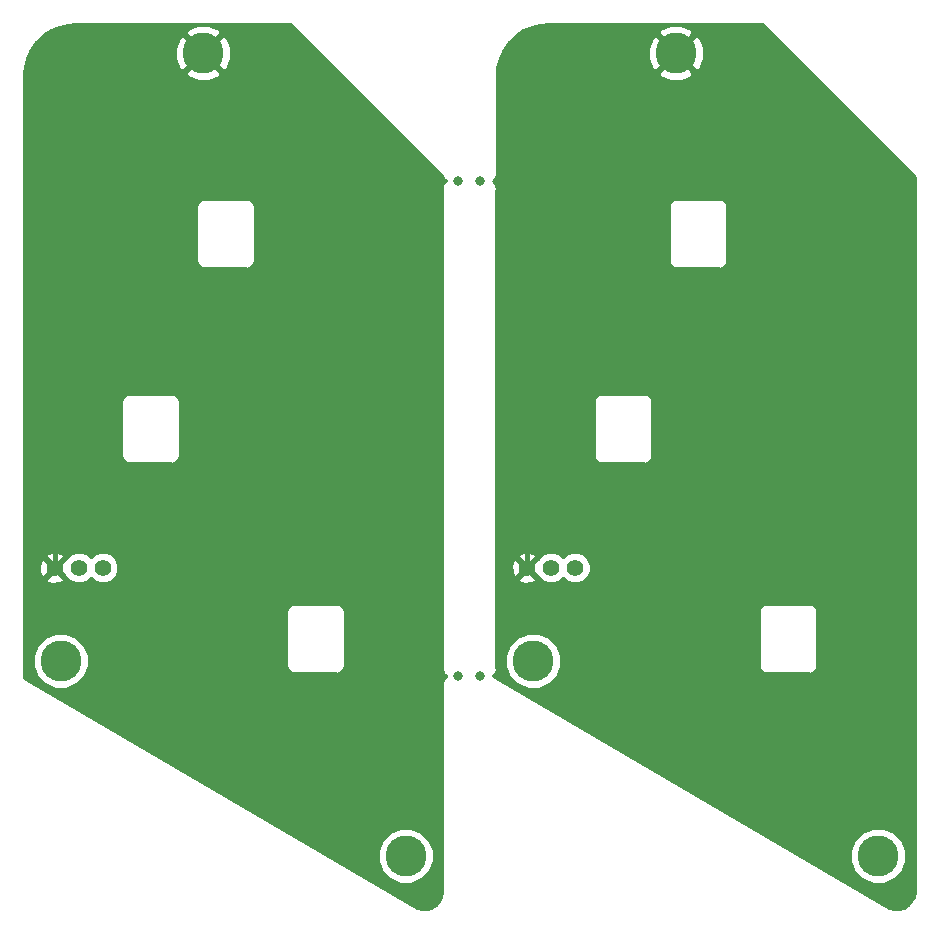
<source format=gtl>
G04 #@! TF.GenerationSoftware,KiCad,Pcbnew,5.0.2-bee76a0~70~ubuntu18.04.1*
G04 #@! TF.CreationDate,2019-06-15T01:55:41+09:00*
G04 #@! TF.ProjectId,shield,73686965-6c64-42e6-9b69-6361645f7063,rev?*
G04 #@! TF.SameCoordinates,Original*
G04 #@! TF.FileFunction,Copper,L1,Top*
G04 #@! TF.FilePolarity,Positive*
%FSLAX46Y46*%
G04 Gerber Fmt 4.6, Leading zero omitted, Abs format (unit mm)*
G04 Created by KiCad (PCBNEW 5.0.2-bee76a0~70~ubuntu18.04.1) date 2019年06月15日 01時55分41秒*
%MOMM*%
%LPD*%
G01*
G04 APERTURE LIST*
G04 #@! TA.AperFunction,ComponentPad*
%ADD10C,3.470000*%
G04 #@! TD*
G04 #@! TA.AperFunction,ComponentPad*
%ADD11C,1.397000*%
G04 #@! TD*
G04 #@! TA.AperFunction,ViaPad*
%ADD12C,0.800000*%
G04 #@! TD*
G04 #@! TA.AperFunction,Conductor*
%ADD13C,0.400000*%
G04 #@! TD*
G04 #@! TA.AperFunction,Conductor*
%ADD14C,0.254000*%
G04 #@! TD*
G04 APERTURE END LIST*
D10*
G04 #@! TO.P,J4,1*
G04 #@! TO.N,VCC*
X93358213Y-92045730D03*
G04 #@! TD*
G04 #@! TO.P,J5,1*
G04 #@! TO.N,GND*
X76213213Y-24100730D03*
G04 #@! TD*
G04 #@! TO.P,J3,*
G04 #@! TO.N,LED*
X64148213Y-75535730D03*
G04 #@! TD*
D11*
G04 #@! TO.P,LED,1*
G04 #@! TO.N,LED*
X65672213Y-67661730D03*
G04 #@! TD*
G04 #@! TO.P,VCC,1*
G04 #@! TO.N,VCC*
X67704213Y-67661730D03*
G04 #@! TD*
G04 #@! TO.P,GND,1*
G04 #@! TO.N,GND*
X63640213Y-67661730D03*
G04 #@! TD*
G04 #@! TO.P,LED,1*
G04 #@! TO.N,LED*
X105677213Y-67661730D03*
G04 #@! TD*
G04 #@! TO.P,VCC,1*
G04 #@! TO.N,VCC*
X107709213Y-67661730D03*
G04 #@! TD*
G04 #@! TO.P,GND,1*
G04 #@! TO.N,GND*
X103645213Y-67661730D03*
G04 #@! TD*
D10*
G04 #@! TO.P,J4,1*
G04 #@! TO.N,VCC*
X133363213Y-92045730D03*
G04 #@! TD*
G04 #@! TO.P,J5,1*
G04 #@! TO.N,GND*
X116218213Y-24100730D03*
G04 #@! TD*
G04 #@! TO.P,J3,*
G04 #@! TO.N,LED*
X104153213Y-75535730D03*
G04 #@! TD*
D12*
G04 #@! TO.N,*
X97790000Y-76835000D03*
X99695000Y-76835000D03*
X97790000Y-34925000D03*
X99695000Y-34925000D03*
G04 #@! TO.N,GND*
X131445000Y-86995000D03*
X125730000Y-69215000D03*
X116205000Y-49530000D03*
X91440000Y-86995000D03*
X85725000Y-69215000D03*
X76200000Y-49530000D03*
G04 #@! TD*
D13*
G04 #@! TO.N,GND*
X103645213Y-36673730D02*
X103645213Y-67661730D01*
X116218213Y-24100730D02*
X103645213Y-36673730D01*
X63640213Y-36673730D02*
X63640213Y-67661730D01*
X76213213Y-24100730D02*
X63640213Y-36673730D01*
G04 #@! TD*
D14*
G04 #@! TO.N,GND*
G36*
X123543655Y-21635262D02*
X136463214Y-34554823D01*
X136463213Y-95140705D01*
X136368153Y-95557044D01*
X136174864Y-95922698D01*
X135893518Y-96225871D01*
X135543294Y-96445895D01*
X135148060Y-96567776D01*
X134734745Y-96583209D01*
X134311870Y-96486657D01*
X125913338Y-91574308D01*
X130993213Y-91574308D01*
X130993213Y-92517152D01*
X131354024Y-93388227D01*
X132020716Y-94054919D01*
X132891791Y-94415730D01*
X133834635Y-94415730D01*
X134705710Y-94054919D01*
X135372402Y-93388227D01*
X135733213Y-92517152D01*
X135733213Y-91574308D01*
X135372402Y-90703233D01*
X134705710Y-90036541D01*
X133834635Y-89675730D01*
X132891791Y-89675730D01*
X132020716Y-90036541D01*
X131354024Y-90703233D01*
X130993213Y-91574308D01*
X125913338Y-91574308D01*
X100730000Y-76844432D01*
X100730000Y-76786638D01*
X100841881Y-76711881D01*
X100998805Y-76477028D01*
X101053909Y-76200000D01*
X101040000Y-76130074D01*
X101040000Y-75064308D01*
X101783213Y-75064308D01*
X101783213Y-76007152D01*
X102144024Y-76878227D01*
X102810716Y-77544919D01*
X103681791Y-77905730D01*
X104624635Y-77905730D01*
X105495710Y-77544919D01*
X106162402Y-76878227D01*
X106523213Y-76007152D01*
X106523213Y-75064308D01*
X106162402Y-74193233D01*
X105495710Y-73526541D01*
X104624635Y-73165730D01*
X103681791Y-73165730D01*
X102810716Y-73526541D01*
X102144024Y-74193233D01*
X101783213Y-75064308D01*
X101040000Y-75064308D01*
X101040000Y-71410000D01*
X123256091Y-71410000D01*
X123270000Y-71479926D01*
X123270001Y-75840069D01*
X123256091Y-75910000D01*
X123311195Y-76187028D01*
X123468119Y-76421881D01*
X123702972Y-76578805D01*
X123910074Y-76620000D01*
X123910075Y-76620000D01*
X123980000Y-76633909D01*
X124049926Y-76620000D01*
X127410075Y-76620000D01*
X127480000Y-76633909D01*
X127757028Y-76578805D01*
X127991881Y-76421881D01*
X128148805Y-76187028D01*
X128190000Y-75979926D01*
X128203909Y-75910000D01*
X128190000Y-75840074D01*
X128190000Y-71479926D01*
X128203909Y-71410000D01*
X128148805Y-71132972D01*
X127991881Y-70898119D01*
X127757028Y-70741195D01*
X127549926Y-70700000D01*
X127549925Y-70700000D01*
X127480000Y-70686091D01*
X127410074Y-70700000D01*
X124049925Y-70700000D01*
X123980000Y-70686091D01*
X123910074Y-70700000D01*
X123702972Y-70741195D01*
X123468119Y-70898119D01*
X123311195Y-71132972D01*
X123256091Y-71410000D01*
X101040000Y-71410000D01*
X101040000Y-68595918D01*
X102890630Y-68595918D01*
X102952284Y-68831530D01*
X103452693Y-69007657D01*
X103982412Y-68978878D01*
X104338142Y-68831530D01*
X104399796Y-68595918D01*
X103645213Y-67841335D01*
X102890630Y-68595918D01*
X101040000Y-68595918D01*
X101040000Y-67469210D01*
X102299286Y-67469210D01*
X102328065Y-67998929D01*
X102475413Y-68354659D01*
X102711025Y-68416313D01*
X103465608Y-67661730D01*
X103824818Y-67661730D01*
X104523067Y-68359979D01*
X104546726Y-68417097D01*
X104921846Y-68792217D01*
X105411963Y-68995230D01*
X105942463Y-68995230D01*
X106432580Y-68792217D01*
X106693213Y-68531584D01*
X106953846Y-68792217D01*
X107443963Y-68995230D01*
X107974463Y-68995230D01*
X108464580Y-68792217D01*
X108839700Y-68417097D01*
X109042713Y-67926980D01*
X109042713Y-67396480D01*
X108839700Y-66906363D01*
X108464580Y-66531243D01*
X107974463Y-66328230D01*
X107443963Y-66328230D01*
X106953846Y-66531243D01*
X106693213Y-66791876D01*
X106432580Y-66531243D01*
X105942463Y-66328230D01*
X105411963Y-66328230D01*
X104921846Y-66531243D01*
X104546726Y-66906363D01*
X104523067Y-66963481D01*
X103824818Y-67661730D01*
X103465608Y-67661730D01*
X102711025Y-66907147D01*
X102475413Y-66968801D01*
X102299286Y-67469210D01*
X101040000Y-67469210D01*
X101040000Y-66727542D01*
X102890630Y-66727542D01*
X103645213Y-67482125D01*
X104399796Y-66727542D01*
X104338142Y-66491930D01*
X103837733Y-66315803D01*
X103308014Y-66344582D01*
X102952284Y-66491930D01*
X102890630Y-66727542D01*
X101040000Y-66727542D01*
X101040000Y-53630000D01*
X109286091Y-53630000D01*
X109300000Y-53699926D01*
X109300001Y-58060069D01*
X109286091Y-58130000D01*
X109341195Y-58407028D01*
X109498119Y-58641881D01*
X109732972Y-58798805D01*
X109940074Y-58840000D01*
X109940075Y-58840000D01*
X110010000Y-58853909D01*
X110079926Y-58840000D01*
X113440075Y-58840000D01*
X113510000Y-58853909D01*
X113787028Y-58798805D01*
X114021881Y-58641881D01*
X114178805Y-58407028D01*
X114220000Y-58199926D01*
X114233909Y-58130000D01*
X114220000Y-58060074D01*
X114220000Y-53699926D01*
X114233909Y-53630000D01*
X114178805Y-53352972D01*
X114021881Y-53118119D01*
X113787028Y-52961195D01*
X113579926Y-52920000D01*
X113579925Y-52920000D01*
X113510000Y-52906091D01*
X113440074Y-52920000D01*
X110079925Y-52920000D01*
X110010000Y-52906091D01*
X109940074Y-52920000D01*
X109732972Y-52961195D01*
X109498119Y-53118119D01*
X109341195Y-53352972D01*
X109286091Y-53630000D01*
X101040000Y-53630000D01*
X101040000Y-37120000D01*
X115636091Y-37120000D01*
X115650000Y-37189926D01*
X115650001Y-41550069D01*
X115636091Y-41620000D01*
X115691195Y-41897028D01*
X115848119Y-42131881D01*
X116082972Y-42288805D01*
X116290074Y-42330000D01*
X116290075Y-42330000D01*
X116360000Y-42343909D01*
X116429926Y-42330000D01*
X119790075Y-42330000D01*
X119860000Y-42343909D01*
X120137028Y-42288805D01*
X120371881Y-42131881D01*
X120528805Y-41897028D01*
X120570000Y-41689926D01*
X120583909Y-41620000D01*
X120570000Y-41550074D01*
X120570000Y-37189926D01*
X120583909Y-37120000D01*
X120528805Y-36842972D01*
X120371881Y-36608119D01*
X120137028Y-36451195D01*
X119929926Y-36410000D01*
X119929925Y-36410000D01*
X119860000Y-36396091D01*
X119790074Y-36410000D01*
X116429925Y-36410000D01*
X116360000Y-36396091D01*
X116290074Y-36410000D01*
X116082972Y-36451195D01*
X115848119Y-36608119D01*
X115691195Y-36842972D01*
X115636091Y-37120000D01*
X101040000Y-37120000D01*
X101040000Y-35758071D01*
X101079399Y-35560000D01*
X101022354Y-35273217D01*
X100859905Y-35030095D01*
X100730000Y-34943295D01*
X100730000Y-34906704D01*
X100859905Y-34819905D01*
X101022354Y-34576783D01*
X101065000Y-34362388D01*
X101065000Y-25962612D01*
X101052347Y-25899002D01*
X101062572Y-25784426D01*
X114714122Y-25784426D01*
X114902579Y-26127611D01*
X115778379Y-26476795D01*
X116721140Y-26464244D01*
X117533847Y-26127611D01*
X117722304Y-25784426D01*
X116218213Y-24280335D01*
X114714122Y-25784426D01*
X101062572Y-25784426D01*
X101111842Y-25232372D01*
X101316723Y-24483453D01*
X101650986Y-23782658D01*
X101738480Y-23660896D01*
X113842148Y-23660896D01*
X113854699Y-24603657D01*
X114191332Y-25416364D01*
X114534517Y-25604821D01*
X116038608Y-24100730D01*
X116397818Y-24100730D01*
X117901909Y-25604821D01*
X118245094Y-25416364D01*
X118594278Y-24540564D01*
X118581727Y-23597803D01*
X118245094Y-22785096D01*
X117901909Y-22596639D01*
X116397818Y-24100730D01*
X116038608Y-24100730D01*
X114534517Y-22596639D01*
X114191332Y-22785096D01*
X113842148Y-23660896D01*
X101738480Y-23660896D01*
X102104069Y-23152125D01*
X102661645Y-22611796D01*
X102951481Y-22417034D01*
X114714122Y-22417034D01*
X116218213Y-23921125D01*
X117722304Y-22417034D01*
X117533847Y-22073849D01*
X116658047Y-21724665D01*
X115715286Y-21737216D01*
X114902579Y-22073849D01*
X114714122Y-22417034D01*
X102951481Y-22417034D01*
X103306099Y-22178741D01*
X104017044Y-21866657D01*
X104777493Y-21684090D01*
X105461999Y-21633823D01*
X105586570Y-21613424D01*
X105605418Y-21606750D01*
X123543655Y-21635262D01*
X123543655Y-21635262D01*
G37*
X123543655Y-21635262D02*
X136463214Y-34554823D01*
X136463213Y-95140705D01*
X136368153Y-95557044D01*
X136174864Y-95922698D01*
X135893518Y-96225871D01*
X135543294Y-96445895D01*
X135148060Y-96567776D01*
X134734745Y-96583209D01*
X134311870Y-96486657D01*
X125913338Y-91574308D01*
X130993213Y-91574308D01*
X130993213Y-92517152D01*
X131354024Y-93388227D01*
X132020716Y-94054919D01*
X132891791Y-94415730D01*
X133834635Y-94415730D01*
X134705710Y-94054919D01*
X135372402Y-93388227D01*
X135733213Y-92517152D01*
X135733213Y-91574308D01*
X135372402Y-90703233D01*
X134705710Y-90036541D01*
X133834635Y-89675730D01*
X132891791Y-89675730D01*
X132020716Y-90036541D01*
X131354024Y-90703233D01*
X130993213Y-91574308D01*
X125913338Y-91574308D01*
X100730000Y-76844432D01*
X100730000Y-76786638D01*
X100841881Y-76711881D01*
X100998805Y-76477028D01*
X101053909Y-76200000D01*
X101040000Y-76130074D01*
X101040000Y-75064308D01*
X101783213Y-75064308D01*
X101783213Y-76007152D01*
X102144024Y-76878227D01*
X102810716Y-77544919D01*
X103681791Y-77905730D01*
X104624635Y-77905730D01*
X105495710Y-77544919D01*
X106162402Y-76878227D01*
X106523213Y-76007152D01*
X106523213Y-75064308D01*
X106162402Y-74193233D01*
X105495710Y-73526541D01*
X104624635Y-73165730D01*
X103681791Y-73165730D01*
X102810716Y-73526541D01*
X102144024Y-74193233D01*
X101783213Y-75064308D01*
X101040000Y-75064308D01*
X101040000Y-71410000D01*
X123256091Y-71410000D01*
X123270000Y-71479926D01*
X123270001Y-75840069D01*
X123256091Y-75910000D01*
X123311195Y-76187028D01*
X123468119Y-76421881D01*
X123702972Y-76578805D01*
X123910074Y-76620000D01*
X123910075Y-76620000D01*
X123980000Y-76633909D01*
X124049926Y-76620000D01*
X127410075Y-76620000D01*
X127480000Y-76633909D01*
X127757028Y-76578805D01*
X127991881Y-76421881D01*
X128148805Y-76187028D01*
X128190000Y-75979926D01*
X128203909Y-75910000D01*
X128190000Y-75840074D01*
X128190000Y-71479926D01*
X128203909Y-71410000D01*
X128148805Y-71132972D01*
X127991881Y-70898119D01*
X127757028Y-70741195D01*
X127549926Y-70700000D01*
X127549925Y-70700000D01*
X127480000Y-70686091D01*
X127410074Y-70700000D01*
X124049925Y-70700000D01*
X123980000Y-70686091D01*
X123910074Y-70700000D01*
X123702972Y-70741195D01*
X123468119Y-70898119D01*
X123311195Y-71132972D01*
X123256091Y-71410000D01*
X101040000Y-71410000D01*
X101040000Y-68595918D01*
X102890630Y-68595918D01*
X102952284Y-68831530D01*
X103452693Y-69007657D01*
X103982412Y-68978878D01*
X104338142Y-68831530D01*
X104399796Y-68595918D01*
X103645213Y-67841335D01*
X102890630Y-68595918D01*
X101040000Y-68595918D01*
X101040000Y-67469210D01*
X102299286Y-67469210D01*
X102328065Y-67998929D01*
X102475413Y-68354659D01*
X102711025Y-68416313D01*
X103465608Y-67661730D01*
X103824818Y-67661730D01*
X104523067Y-68359979D01*
X104546726Y-68417097D01*
X104921846Y-68792217D01*
X105411963Y-68995230D01*
X105942463Y-68995230D01*
X106432580Y-68792217D01*
X106693213Y-68531584D01*
X106953846Y-68792217D01*
X107443963Y-68995230D01*
X107974463Y-68995230D01*
X108464580Y-68792217D01*
X108839700Y-68417097D01*
X109042713Y-67926980D01*
X109042713Y-67396480D01*
X108839700Y-66906363D01*
X108464580Y-66531243D01*
X107974463Y-66328230D01*
X107443963Y-66328230D01*
X106953846Y-66531243D01*
X106693213Y-66791876D01*
X106432580Y-66531243D01*
X105942463Y-66328230D01*
X105411963Y-66328230D01*
X104921846Y-66531243D01*
X104546726Y-66906363D01*
X104523067Y-66963481D01*
X103824818Y-67661730D01*
X103465608Y-67661730D01*
X102711025Y-66907147D01*
X102475413Y-66968801D01*
X102299286Y-67469210D01*
X101040000Y-67469210D01*
X101040000Y-66727542D01*
X102890630Y-66727542D01*
X103645213Y-67482125D01*
X104399796Y-66727542D01*
X104338142Y-66491930D01*
X103837733Y-66315803D01*
X103308014Y-66344582D01*
X102952284Y-66491930D01*
X102890630Y-66727542D01*
X101040000Y-66727542D01*
X101040000Y-53630000D01*
X109286091Y-53630000D01*
X109300000Y-53699926D01*
X109300001Y-58060069D01*
X109286091Y-58130000D01*
X109341195Y-58407028D01*
X109498119Y-58641881D01*
X109732972Y-58798805D01*
X109940074Y-58840000D01*
X109940075Y-58840000D01*
X110010000Y-58853909D01*
X110079926Y-58840000D01*
X113440075Y-58840000D01*
X113510000Y-58853909D01*
X113787028Y-58798805D01*
X114021881Y-58641881D01*
X114178805Y-58407028D01*
X114220000Y-58199926D01*
X114233909Y-58130000D01*
X114220000Y-58060074D01*
X114220000Y-53699926D01*
X114233909Y-53630000D01*
X114178805Y-53352972D01*
X114021881Y-53118119D01*
X113787028Y-52961195D01*
X113579926Y-52920000D01*
X113579925Y-52920000D01*
X113510000Y-52906091D01*
X113440074Y-52920000D01*
X110079925Y-52920000D01*
X110010000Y-52906091D01*
X109940074Y-52920000D01*
X109732972Y-52961195D01*
X109498119Y-53118119D01*
X109341195Y-53352972D01*
X109286091Y-53630000D01*
X101040000Y-53630000D01*
X101040000Y-37120000D01*
X115636091Y-37120000D01*
X115650000Y-37189926D01*
X115650001Y-41550069D01*
X115636091Y-41620000D01*
X115691195Y-41897028D01*
X115848119Y-42131881D01*
X116082972Y-42288805D01*
X116290074Y-42330000D01*
X116290075Y-42330000D01*
X116360000Y-42343909D01*
X116429926Y-42330000D01*
X119790075Y-42330000D01*
X119860000Y-42343909D01*
X120137028Y-42288805D01*
X120371881Y-42131881D01*
X120528805Y-41897028D01*
X120570000Y-41689926D01*
X120583909Y-41620000D01*
X120570000Y-41550074D01*
X120570000Y-37189926D01*
X120583909Y-37120000D01*
X120528805Y-36842972D01*
X120371881Y-36608119D01*
X120137028Y-36451195D01*
X119929926Y-36410000D01*
X119929925Y-36410000D01*
X119860000Y-36396091D01*
X119790074Y-36410000D01*
X116429925Y-36410000D01*
X116360000Y-36396091D01*
X116290074Y-36410000D01*
X116082972Y-36451195D01*
X115848119Y-36608119D01*
X115691195Y-36842972D01*
X115636091Y-37120000D01*
X101040000Y-37120000D01*
X101040000Y-35758071D01*
X101079399Y-35560000D01*
X101022354Y-35273217D01*
X100859905Y-35030095D01*
X100730000Y-34943295D01*
X100730000Y-34906704D01*
X100859905Y-34819905D01*
X101022354Y-34576783D01*
X101065000Y-34362388D01*
X101065000Y-25962612D01*
X101052347Y-25899002D01*
X101062572Y-25784426D01*
X114714122Y-25784426D01*
X114902579Y-26127611D01*
X115778379Y-26476795D01*
X116721140Y-26464244D01*
X117533847Y-26127611D01*
X117722304Y-25784426D01*
X116218213Y-24280335D01*
X114714122Y-25784426D01*
X101062572Y-25784426D01*
X101111842Y-25232372D01*
X101316723Y-24483453D01*
X101650986Y-23782658D01*
X101738480Y-23660896D01*
X113842148Y-23660896D01*
X113854699Y-24603657D01*
X114191332Y-25416364D01*
X114534517Y-25604821D01*
X116038608Y-24100730D01*
X116397818Y-24100730D01*
X117901909Y-25604821D01*
X118245094Y-25416364D01*
X118594278Y-24540564D01*
X118581727Y-23597803D01*
X118245094Y-22785096D01*
X117901909Y-22596639D01*
X116397818Y-24100730D01*
X116038608Y-24100730D01*
X114534517Y-22596639D01*
X114191332Y-22785096D01*
X113842148Y-23660896D01*
X101738480Y-23660896D01*
X102104069Y-23152125D01*
X102661645Y-22611796D01*
X102951481Y-22417034D01*
X114714122Y-22417034D01*
X116218213Y-23921125D01*
X117722304Y-22417034D01*
X117533847Y-22073849D01*
X116658047Y-21724665D01*
X115715286Y-21737216D01*
X114902579Y-22073849D01*
X114714122Y-22417034D01*
X102951481Y-22417034D01*
X103306099Y-22178741D01*
X104017044Y-21866657D01*
X104777493Y-21684090D01*
X105461999Y-21633823D01*
X105586570Y-21613424D01*
X105605418Y-21606750D01*
X123543655Y-21635262D01*
G36*
X83538655Y-21635262D02*
X96517963Y-34614572D01*
X96643119Y-34801881D01*
X96755000Y-34876638D01*
X96755000Y-34943295D01*
X96625095Y-35030095D01*
X96462646Y-35273217D01*
X96405601Y-35560000D01*
X96445000Y-35758071D01*
X96445001Y-76130069D01*
X96431091Y-76200000D01*
X96486195Y-76477028D01*
X96643119Y-76711881D01*
X96755000Y-76786638D01*
X96755000Y-76883362D01*
X96643119Y-76958119D01*
X96642965Y-76958350D01*
X96642739Y-76958501D01*
X96564987Y-77075052D01*
X96486195Y-77192972D01*
X96486141Y-77193242D01*
X96485989Y-77193470D01*
X96458745Y-77330975D01*
X96431091Y-77470000D01*
X96445053Y-77540192D01*
X96458154Y-95140962D01*
X96363153Y-95557044D01*
X96169864Y-95922698D01*
X95888518Y-96225871D01*
X95538294Y-96445895D01*
X95143060Y-96567776D01*
X94729745Y-96583209D01*
X94306870Y-96486657D01*
X85908338Y-91574308D01*
X90988213Y-91574308D01*
X90988213Y-92517152D01*
X91349024Y-93388227D01*
X92015716Y-94054919D01*
X92886791Y-94415730D01*
X93829635Y-94415730D01*
X94700710Y-94054919D01*
X95367402Y-93388227D01*
X95728213Y-92517152D01*
X95728213Y-91574308D01*
X95367402Y-90703233D01*
X94700710Y-90036541D01*
X93829635Y-89675730D01*
X92886791Y-89675730D01*
X92015716Y-90036541D01*
X91349024Y-90703233D01*
X90988213Y-91574308D01*
X85908338Y-91574308D01*
X61035000Y-77025753D01*
X61035000Y-75064308D01*
X61778213Y-75064308D01*
X61778213Y-76007152D01*
X62139024Y-76878227D01*
X62805716Y-77544919D01*
X63676791Y-77905730D01*
X64619635Y-77905730D01*
X65490710Y-77544919D01*
X66157402Y-76878227D01*
X66518213Y-76007152D01*
X66518213Y-75064308D01*
X66157402Y-74193233D01*
X65490710Y-73526541D01*
X64619635Y-73165730D01*
X63676791Y-73165730D01*
X62805716Y-73526541D01*
X62139024Y-74193233D01*
X61778213Y-75064308D01*
X61035000Y-75064308D01*
X61035000Y-71410000D01*
X83251091Y-71410000D01*
X83265000Y-71479926D01*
X83265001Y-75840069D01*
X83251091Y-75910000D01*
X83306195Y-76187028D01*
X83463119Y-76421881D01*
X83697972Y-76578805D01*
X83905074Y-76620000D01*
X83905075Y-76620000D01*
X83975000Y-76633909D01*
X84044926Y-76620000D01*
X87405075Y-76620000D01*
X87475000Y-76633909D01*
X87752028Y-76578805D01*
X87986881Y-76421881D01*
X88143805Y-76187028D01*
X88185000Y-75979926D01*
X88198909Y-75910000D01*
X88185000Y-75840074D01*
X88185000Y-71479926D01*
X88198909Y-71410000D01*
X88143805Y-71132972D01*
X87986881Y-70898119D01*
X87752028Y-70741195D01*
X87544926Y-70700000D01*
X87544925Y-70700000D01*
X87475000Y-70686091D01*
X87405074Y-70700000D01*
X84044925Y-70700000D01*
X83975000Y-70686091D01*
X83905074Y-70700000D01*
X83697972Y-70741195D01*
X83463119Y-70898119D01*
X83306195Y-71132972D01*
X83251091Y-71410000D01*
X61035000Y-71410000D01*
X61035000Y-68595918D01*
X62885630Y-68595918D01*
X62947284Y-68831530D01*
X63447693Y-69007657D01*
X63977412Y-68978878D01*
X64333142Y-68831530D01*
X64394796Y-68595918D01*
X63640213Y-67841335D01*
X62885630Y-68595918D01*
X61035000Y-68595918D01*
X61035000Y-67469210D01*
X62294286Y-67469210D01*
X62323065Y-67998929D01*
X62470413Y-68354659D01*
X62706025Y-68416313D01*
X63460608Y-67661730D01*
X63819818Y-67661730D01*
X64518067Y-68359979D01*
X64541726Y-68417097D01*
X64916846Y-68792217D01*
X65406963Y-68995230D01*
X65937463Y-68995230D01*
X66427580Y-68792217D01*
X66688213Y-68531584D01*
X66948846Y-68792217D01*
X67438963Y-68995230D01*
X67969463Y-68995230D01*
X68459580Y-68792217D01*
X68834700Y-68417097D01*
X69037713Y-67926980D01*
X69037713Y-67396480D01*
X68834700Y-66906363D01*
X68459580Y-66531243D01*
X67969463Y-66328230D01*
X67438963Y-66328230D01*
X66948846Y-66531243D01*
X66688213Y-66791876D01*
X66427580Y-66531243D01*
X65937463Y-66328230D01*
X65406963Y-66328230D01*
X64916846Y-66531243D01*
X64541726Y-66906363D01*
X64518067Y-66963481D01*
X63819818Y-67661730D01*
X63460608Y-67661730D01*
X62706025Y-66907147D01*
X62470413Y-66968801D01*
X62294286Y-67469210D01*
X61035000Y-67469210D01*
X61035000Y-66727542D01*
X62885630Y-66727542D01*
X63640213Y-67482125D01*
X64394796Y-66727542D01*
X64333142Y-66491930D01*
X63832733Y-66315803D01*
X63303014Y-66344582D01*
X62947284Y-66491930D01*
X62885630Y-66727542D01*
X61035000Y-66727542D01*
X61035000Y-53630000D01*
X69281091Y-53630000D01*
X69295000Y-53699926D01*
X69295001Y-58060069D01*
X69281091Y-58130000D01*
X69336195Y-58407028D01*
X69493119Y-58641881D01*
X69727972Y-58798805D01*
X69935074Y-58840000D01*
X69935075Y-58840000D01*
X70005000Y-58853909D01*
X70074926Y-58840000D01*
X73435075Y-58840000D01*
X73505000Y-58853909D01*
X73782028Y-58798805D01*
X74016881Y-58641881D01*
X74173805Y-58407028D01*
X74215000Y-58199926D01*
X74228909Y-58130000D01*
X74215000Y-58060074D01*
X74215000Y-53699926D01*
X74228909Y-53630000D01*
X74173805Y-53352972D01*
X74016881Y-53118119D01*
X73782028Y-52961195D01*
X73574926Y-52920000D01*
X73574925Y-52920000D01*
X73505000Y-52906091D01*
X73435074Y-52920000D01*
X70074925Y-52920000D01*
X70005000Y-52906091D01*
X69935074Y-52920000D01*
X69727972Y-52961195D01*
X69493119Y-53118119D01*
X69336195Y-53352972D01*
X69281091Y-53630000D01*
X61035000Y-53630000D01*
X61035000Y-37120000D01*
X75631091Y-37120000D01*
X75645000Y-37189926D01*
X75645001Y-41550069D01*
X75631091Y-41620000D01*
X75686195Y-41897028D01*
X75843119Y-42131881D01*
X76077972Y-42288805D01*
X76285074Y-42330000D01*
X76285075Y-42330000D01*
X76355000Y-42343909D01*
X76424926Y-42330000D01*
X79785075Y-42330000D01*
X79855000Y-42343909D01*
X80132028Y-42288805D01*
X80366881Y-42131881D01*
X80523805Y-41897028D01*
X80565000Y-41689926D01*
X80578909Y-41620000D01*
X80565000Y-41550074D01*
X80565000Y-37189926D01*
X80578909Y-37120000D01*
X80523805Y-36842972D01*
X80366881Y-36608119D01*
X80132028Y-36451195D01*
X79924926Y-36410000D01*
X79924925Y-36410000D01*
X79855000Y-36396091D01*
X79785074Y-36410000D01*
X76424925Y-36410000D01*
X76355000Y-36396091D01*
X76285074Y-36410000D01*
X76077972Y-36451195D01*
X75843119Y-36608119D01*
X75686195Y-36842972D01*
X75631091Y-37120000D01*
X61035000Y-37120000D01*
X61035000Y-26037348D01*
X61057572Y-25784426D01*
X74709122Y-25784426D01*
X74897579Y-26127611D01*
X75773379Y-26476795D01*
X76716140Y-26464244D01*
X77528847Y-26127611D01*
X77717304Y-25784426D01*
X76213213Y-24280335D01*
X74709122Y-25784426D01*
X61057572Y-25784426D01*
X61106842Y-25232372D01*
X61311723Y-24483453D01*
X61645986Y-23782658D01*
X61733480Y-23660896D01*
X73837148Y-23660896D01*
X73849699Y-24603657D01*
X74186332Y-25416364D01*
X74529517Y-25604821D01*
X76033608Y-24100730D01*
X76392818Y-24100730D01*
X77896909Y-25604821D01*
X78240094Y-25416364D01*
X78589278Y-24540564D01*
X78576727Y-23597803D01*
X78240094Y-22785096D01*
X77896909Y-22596639D01*
X76392818Y-24100730D01*
X76033608Y-24100730D01*
X74529517Y-22596639D01*
X74186332Y-22785096D01*
X73837148Y-23660896D01*
X61733480Y-23660896D01*
X62099069Y-23152125D01*
X62656645Y-22611796D01*
X62946481Y-22417034D01*
X74709122Y-22417034D01*
X76213213Y-23921125D01*
X77717304Y-22417034D01*
X77528847Y-22073849D01*
X76653047Y-21724665D01*
X75710286Y-21737216D01*
X74897579Y-22073849D01*
X74709122Y-22417034D01*
X62946481Y-22417034D01*
X63301099Y-22178741D01*
X64012044Y-21866657D01*
X64772493Y-21684090D01*
X65456999Y-21633823D01*
X65581570Y-21613424D01*
X65600418Y-21606750D01*
X83538655Y-21635262D01*
X83538655Y-21635262D01*
G37*
X83538655Y-21635262D02*
X96517963Y-34614572D01*
X96643119Y-34801881D01*
X96755000Y-34876638D01*
X96755000Y-34943295D01*
X96625095Y-35030095D01*
X96462646Y-35273217D01*
X96405601Y-35560000D01*
X96445000Y-35758071D01*
X96445001Y-76130069D01*
X96431091Y-76200000D01*
X96486195Y-76477028D01*
X96643119Y-76711881D01*
X96755000Y-76786638D01*
X96755000Y-76883362D01*
X96643119Y-76958119D01*
X96642965Y-76958350D01*
X96642739Y-76958501D01*
X96564987Y-77075052D01*
X96486195Y-77192972D01*
X96486141Y-77193242D01*
X96485989Y-77193470D01*
X96458745Y-77330975D01*
X96431091Y-77470000D01*
X96445053Y-77540192D01*
X96458154Y-95140962D01*
X96363153Y-95557044D01*
X96169864Y-95922698D01*
X95888518Y-96225871D01*
X95538294Y-96445895D01*
X95143060Y-96567776D01*
X94729745Y-96583209D01*
X94306870Y-96486657D01*
X85908338Y-91574308D01*
X90988213Y-91574308D01*
X90988213Y-92517152D01*
X91349024Y-93388227D01*
X92015716Y-94054919D01*
X92886791Y-94415730D01*
X93829635Y-94415730D01*
X94700710Y-94054919D01*
X95367402Y-93388227D01*
X95728213Y-92517152D01*
X95728213Y-91574308D01*
X95367402Y-90703233D01*
X94700710Y-90036541D01*
X93829635Y-89675730D01*
X92886791Y-89675730D01*
X92015716Y-90036541D01*
X91349024Y-90703233D01*
X90988213Y-91574308D01*
X85908338Y-91574308D01*
X61035000Y-77025753D01*
X61035000Y-75064308D01*
X61778213Y-75064308D01*
X61778213Y-76007152D01*
X62139024Y-76878227D01*
X62805716Y-77544919D01*
X63676791Y-77905730D01*
X64619635Y-77905730D01*
X65490710Y-77544919D01*
X66157402Y-76878227D01*
X66518213Y-76007152D01*
X66518213Y-75064308D01*
X66157402Y-74193233D01*
X65490710Y-73526541D01*
X64619635Y-73165730D01*
X63676791Y-73165730D01*
X62805716Y-73526541D01*
X62139024Y-74193233D01*
X61778213Y-75064308D01*
X61035000Y-75064308D01*
X61035000Y-71410000D01*
X83251091Y-71410000D01*
X83265000Y-71479926D01*
X83265001Y-75840069D01*
X83251091Y-75910000D01*
X83306195Y-76187028D01*
X83463119Y-76421881D01*
X83697972Y-76578805D01*
X83905074Y-76620000D01*
X83905075Y-76620000D01*
X83975000Y-76633909D01*
X84044926Y-76620000D01*
X87405075Y-76620000D01*
X87475000Y-76633909D01*
X87752028Y-76578805D01*
X87986881Y-76421881D01*
X88143805Y-76187028D01*
X88185000Y-75979926D01*
X88198909Y-75910000D01*
X88185000Y-75840074D01*
X88185000Y-71479926D01*
X88198909Y-71410000D01*
X88143805Y-71132972D01*
X87986881Y-70898119D01*
X87752028Y-70741195D01*
X87544926Y-70700000D01*
X87544925Y-70700000D01*
X87475000Y-70686091D01*
X87405074Y-70700000D01*
X84044925Y-70700000D01*
X83975000Y-70686091D01*
X83905074Y-70700000D01*
X83697972Y-70741195D01*
X83463119Y-70898119D01*
X83306195Y-71132972D01*
X83251091Y-71410000D01*
X61035000Y-71410000D01*
X61035000Y-68595918D01*
X62885630Y-68595918D01*
X62947284Y-68831530D01*
X63447693Y-69007657D01*
X63977412Y-68978878D01*
X64333142Y-68831530D01*
X64394796Y-68595918D01*
X63640213Y-67841335D01*
X62885630Y-68595918D01*
X61035000Y-68595918D01*
X61035000Y-67469210D01*
X62294286Y-67469210D01*
X62323065Y-67998929D01*
X62470413Y-68354659D01*
X62706025Y-68416313D01*
X63460608Y-67661730D01*
X63819818Y-67661730D01*
X64518067Y-68359979D01*
X64541726Y-68417097D01*
X64916846Y-68792217D01*
X65406963Y-68995230D01*
X65937463Y-68995230D01*
X66427580Y-68792217D01*
X66688213Y-68531584D01*
X66948846Y-68792217D01*
X67438963Y-68995230D01*
X67969463Y-68995230D01*
X68459580Y-68792217D01*
X68834700Y-68417097D01*
X69037713Y-67926980D01*
X69037713Y-67396480D01*
X68834700Y-66906363D01*
X68459580Y-66531243D01*
X67969463Y-66328230D01*
X67438963Y-66328230D01*
X66948846Y-66531243D01*
X66688213Y-66791876D01*
X66427580Y-66531243D01*
X65937463Y-66328230D01*
X65406963Y-66328230D01*
X64916846Y-66531243D01*
X64541726Y-66906363D01*
X64518067Y-66963481D01*
X63819818Y-67661730D01*
X63460608Y-67661730D01*
X62706025Y-66907147D01*
X62470413Y-66968801D01*
X62294286Y-67469210D01*
X61035000Y-67469210D01*
X61035000Y-66727542D01*
X62885630Y-66727542D01*
X63640213Y-67482125D01*
X64394796Y-66727542D01*
X64333142Y-66491930D01*
X63832733Y-66315803D01*
X63303014Y-66344582D01*
X62947284Y-66491930D01*
X62885630Y-66727542D01*
X61035000Y-66727542D01*
X61035000Y-53630000D01*
X69281091Y-53630000D01*
X69295000Y-53699926D01*
X69295001Y-58060069D01*
X69281091Y-58130000D01*
X69336195Y-58407028D01*
X69493119Y-58641881D01*
X69727972Y-58798805D01*
X69935074Y-58840000D01*
X69935075Y-58840000D01*
X70005000Y-58853909D01*
X70074926Y-58840000D01*
X73435075Y-58840000D01*
X73505000Y-58853909D01*
X73782028Y-58798805D01*
X74016881Y-58641881D01*
X74173805Y-58407028D01*
X74215000Y-58199926D01*
X74228909Y-58130000D01*
X74215000Y-58060074D01*
X74215000Y-53699926D01*
X74228909Y-53630000D01*
X74173805Y-53352972D01*
X74016881Y-53118119D01*
X73782028Y-52961195D01*
X73574926Y-52920000D01*
X73574925Y-52920000D01*
X73505000Y-52906091D01*
X73435074Y-52920000D01*
X70074925Y-52920000D01*
X70005000Y-52906091D01*
X69935074Y-52920000D01*
X69727972Y-52961195D01*
X69493119Y-53118119D01*
X69336195Y-53352972D01*
X69281091Y-53630000D01*
X61035000Y-53630000D01*
X61035000Y-37120000D01*
X75631091Y-37120000D01*
X75645000Y-37189926D01*
X75645001Y-41550069D01*
X75631091Y-41620000D01*
X75686195Y-41897028D01*
X75843119Y-42131881D01*
X76077972Y-42288805D01*
X76285074Y-42330000D01*
X76285075Y-42330000D01*
X76355000Y-42343909D01*
X76424926Y-42330000D01*
X79785075Y-42330000D01*
X79855000Y-42343909D01*
X80132028Y-42288805D01*
X80366881Y-42131881D01*
X80523805Y-41897028D01*
X80565000Y-41689926D01*
X80578909Y-41620000D01*
X80565000Y-41550074D01*
X80565000Y-37189926D01*
X80578909Y-37120000D01*
X80523805Y-36842972D01*
X80366881Y-36608119D01*
X80132028Y-36451195D01*
X79924926Y-36410000D01*
X79924925Y-36410000D01*
X79855000Y-36396091D01*
X79785074Y-36410000D01*
X76424925Y-36410000D01*
X76355000Y-36396091D01*
X76285074Y-36410000D01*
X76077972Y-36451195D01*
X75843119Y-36608119D01*
X75686195Y-36842972D01*
X75631091Y-37120000D01*
X61035000Y-37120000D01*
X61035000Y-26037348D01*
X61057572Y-25784426D01*
X74709122Y-25784426D01*
X74897579Y-26127611D01*
X75773379Y-26476795D01*
X76716140Y-26464244D01*
X77528847Y-26127611D01*
X77717304Y-25784426D01*
X76213213Y-24280335D01*
X74709122Y-25784426D01*
X61057572Y-25784426D01*
X61106842Y-25232372D01*
X61311723Y-24483453D01*
X61645986Y-23782658D01*
X61733480Y-23660896D01*
X73837148Y-23660896D01*
X73849699Y-24603657D01*
X74186332Y-25416364D01*
X74529517Y-25604821D01*
X76033608Y-24100730D01*
X76392818Y-24100730D01*
X77896909Y-25604821D01*
X78240094Y-25416364D01*
X78589278Y-24540564D01*
X78576727Y-23597803D01*
X78240094Y-22785096D01*
X77896909Y-22596639D01*
X76392818Y-24100730D01*
X76033608Y-24100730D01*
X74529517Y-22596639D01*
X74186332Y-22785096D01*
X73837148Y-23660896D01*
X61733480Y-23660896D01*
X62099069Y-23152125D01*
X62656645Y-22611796D01*
X62946481Y-22417034D01*
X74709122Y-22417034D01*
X76213213Y-23921125D01*
X77717304Y-22417034D01*
X77528847Y-22073849D01*
X76653047Y-21724665D01*
X75710286Y-21737216D01*
X74897579Y-22073849D01*
X74709122Y-22417034D01*
X62946481Y-22417034D01*
X63301099Y-22178741D01*
X64012044Y-21866657D01*
X64772493Y-21684090D01*
X65456999Y-21633823D01*
X65581570Y-21613424D01*
X65600418Y-21606750D01*
X83538655Y-21635262D01*
G04 #@! TD*
M02*

</source>
